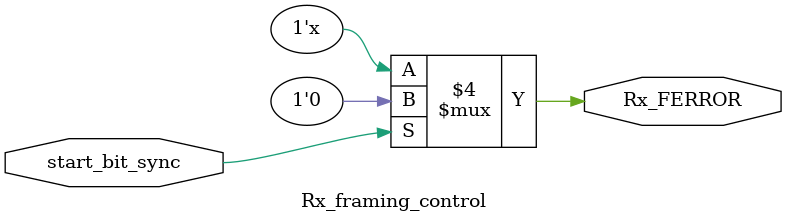
<source format=v>
`timescale 1ns/1ps

module Rx_framing_control(
	input start_bit_sync,
  	output reg Rx_FERROR = 0
);
  
  always @(start_bit_sync)
    begin
      if(start_bit_sync == 1)
        begin
          Rx_FERROR <= 0; // Synchronization is successful.
        end
    end
  
endmodule

</source>
